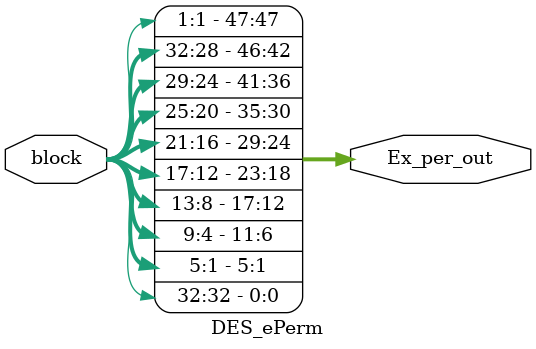
<source format=sv>
module DES_ePerm(input [32:1] block, output [48:1] Ex_per_out);
   	 assign Ex_per_out[48] = block[1];
	 assign Ex_per_out[47] = block[32];
	 assign Ex_per_out[46] = block[31];
	 assign Ex_per_out[45] = block[30];
	 assign Ex_per_out[44] = block[29];
	 assign Ex_per_out[43] = block[28]; 
	 assign Ex_per_out[42] = block[29];
	 assign Ex_per_out[41] = block[28];
	 assign Ex_per_out[40] = block[27];
	 assign Ex_per_out[39] = block[26];
	 assign Ex_per_out[38] = block[25];
	 assign Ex_per_out[37] = block[24];
	 assign Ex_per_out[36] = block[25];
	 assign Ex_per_out[35] = block[24];
	 assign Ex_per_out[34] = block[23];
	 assign Ex_per_out[33] = block[22];
	 assign Ex_per_out[32] = block[21];
	 assign Ex_per_out[31] = block[20];
	 assign Ex_per_out[30] = block[21];
	 assign Ex_per_out[29] = block[20];
	 assign Ex_per_out[28] = block[19];
	 assign Ex_per_out[27] = block[18];
	 assign Ex_per_out[26] = block[17];
	 assign Ex_per_out[25] = block[16];
	 assign Ex_per_out[24] = block[17];
	 assign Ex_per_out[23] = block[16];
	 assign Ex_per_out[22] = block[15];
	 assign Ex_per_out[21] = block[14];
	 assign Ex_per_out[20] = block[13];
	 assign Ex_per_out[19] = block[12];
	 assign Ex_per_out[18] = block[13];
	 assign Ex_per_out[17] = block[12];
	 assign Ex_per_out[16] = block[11];
	 assign Ex_per_out[15] = block[10];
	 assign Ex_per_out[14] = block[9];
	 assign Ex_per_out[13] = block[8];
	 assign Ex_per_out[12] = block[9];
	 assign Ex_per_out[11] = block[8];
	 assign Ex_per_out[10] = block[7];
	 assign Ex_per_out[9] = block[6];
	 assign Ex_per_out[8] = block[5];
	 assign Ex_per_out[7] = block[4];
	 assign Ex_per_out[6] = block[5];
	 assign Ex_per_out[5] = block[4];
	 assign Ex_per_out[4] = block[3];
	 assign Ex_per_out[3] = block[2];
	 assign Ex_per_out[2] = block[1];
	 assign Ex_per_out[1] = block[32];
endmodule // ePerm

</source>
